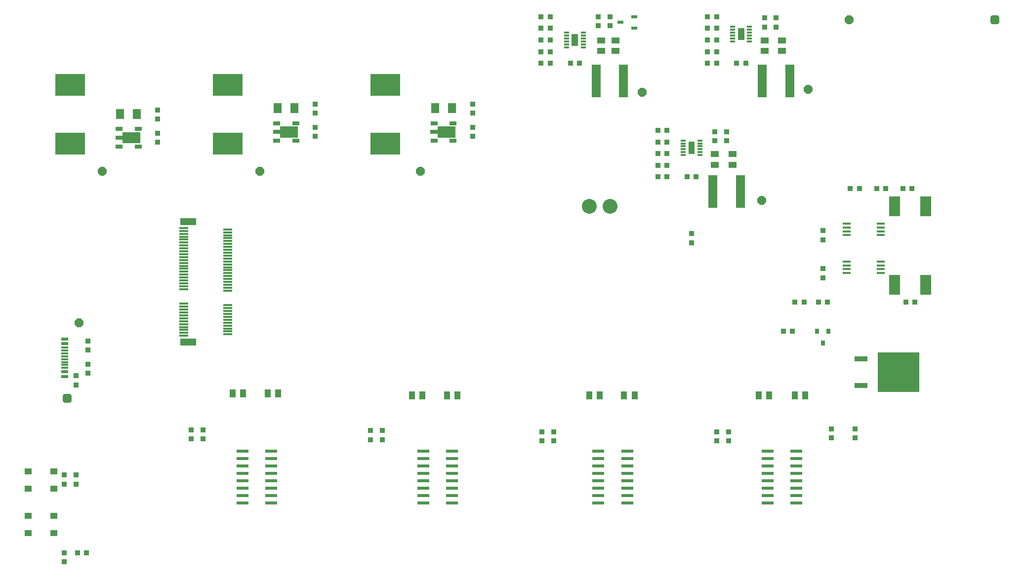
<source format=gtp>
G04*
G04 #@! TF.GenerationSoftware,Altium Limited,Altium Designer,22.8.2 (66)*
G04*
G04 Layer_Color=8421504*
%FSLAX25Y25*%
%MOIN*%
G70*
G04*
G04 #@! TF.SameCoordinates,96B98669-0A76-488E-AF90-C307CBE701B7*
G04*
G04*
G04 #@! TF.FilePolarity,Positive*
G04*
G01*
G75*
%ADD16C,0.10000*%
%ADD17R,0.06299X0.22441*%
G04:AMPARAMS|DCode=18|XSize=11.81mil|YSize=61.02mil|CornerRadius=0.89mil|HoleSize=0mil|Usage=FLASHONLY|Rotation=90.000|XOffset=0mil|YOffset=0mil|HoleType=Round|Shape=RoundedRectangle|*
%AMROUNDEDRECTD18*
21,1,0.01181,0.05925,0,0,90.0*
21,1,0.01004,0.06102,0,0,90.0*
1,1,0.00177,0.02963,0.00502*
1,1,0.00177,0.02963,-0.00502*
1,1,0.00177,-0.02963,-0.00502*
1,1,0.00177,-0.02963,0.00502*
%
%ADD18ROUNDEDRECTD18*%
G04:AMPARAMS|DCode=19|XSize=47.24mil|YSize=108.27mil|CornerRadius=3.54mil|HoleSize=0mil|Usage=FLASHONLY|Rotation=90.000|XOffset=0mil|YOffset=0mil|HoleType=Round|Shape=RoundedRectangle|*
%AMROUNDEDRECTD19*
21,1,0.04724,0.10118,0,0,90.0*
21,1,0.04016,0.10827,0,0,90.0*
1,1,0.00709,0.05059,0.02008*
1,1,0.00709,0.05059,-0.02008*
1,1,0.00709,-0.05059,-0.02008*
1,1,0.00709,-0.05059,0.02008*
%
%ADD19ROUNDEDRECTD19*%
G04:AMPARAMS|DCode=20|XSize=77.56mil|YSize=23.23mil|CornerRadius=2.9mil|HoleSize=0mil|Usage=FLASHONLY|Rotation=180.000|XOffset=0mil|YOffset=0mil|HoleType=Round|Shape=RoundedRectangle|*
%AMROUNDEDRECTD20*
21,1,0.07756,0.01742,0,0,180.0*
21,1,0.07175,0.02323,0,0,180.0*
1,1,0.00581,-0.03588,0.00871*
1,1,0.00581,0.03588,0.00871*
1,1,0.00581,0.03588,-0.00871*
1,1,0.00581,-0.03588,-0.00871*
%
%ADD20ROUNDEDRECTD20*%
%ADD21R,0.04724X0.02677*%
G04:AMPARAMS|DCode=22|XSize=33.07mil|YSize=10.24mil|CornerRadius=1.28mil|HoleSize=0mil|Usage=FLASHONLY|Rotation=0.000|XOffset=0mil|YOffset=0mil|HoleType=Round|Shape=RoundedRectangle|*
%AMROUNDEDRECTD22*
21,1,0.03307,0.00768,0,0,0.0*
21,1,0.03051,0.01024,0,0,0.0*
1,1,0.00256,0.01526,-0.00384*
1,1,0.00256,-0.01526,-0.00384*
1,1,0.00256,-0.01526,0.00384*
1,1,0.00256,0.01526,0.00384*
%
%ADD22ROUNDEDRECTD22*%
%ADD23R,0.05512X0.01772*%
%ADD24R,0.05118X0.03937*%
%ADD25R,0.03661X0.03425*%
%ADD26R,0.03425X0.03661*%
G04:AMPARAMS|DCode=27|XSize=74.8mil|YSize=132.68mil|CornerRadius=2.62mil|HoleSize=0mil|Usage=FLASHONLY|Rotation=180.000|XOffset=0mil|YOffset=0mil|HoleType=Round|Shape=RoundedRectangle|*
%AMROUNDEDRECTD27*
21,1,0.07480,0.12744,0,0,180.0*
21,1,0.06957,0.13268,0,0,180.0*
1,1,0.00524,-0.03478,0.06372*
1,1,0.00524,0.03478,0.06372*
1,1,0.00524,0.03478,-0.06372*
1,1,0.00524,-0.03478,-0.06372*
%
%ADD27ROUNDEDRECTD27*%
%ADD28R,0.03937X0.02362*%
%ADD29R,0.08661X0.03740*%
%ADD30R,0.28347X0.26772*%
%ADD31R,0.20472X0.14764*%
%ADD32R,0.04528X0.02362*%
%ADD33R,0.04528X0.01181*%
%ADD34R,0.05276X0.07087*%
%ADD35R,0.03150X0.03543*%
%ADD36R,0.04370X0.05787*%
%ADD37R,0.05787X0.04370*%
%ADD38P,0.06494X8X22.5*%
G04:AMPARAMS|DCode=39|XSize=60mil|YSize=60mil|CornerRadius=15mil|HoleSize=0mil|Usage=FLASHONLY|Rotation=0.000|XOffset=0mil|YOffset=0mil|HoleType=Round|Shape=RoundedRectangle|*
%AMROUNDEDRECTD39*
21,1,0.06000,0.03000,0,0,0.0*
21,1,0.03000,0.06000,0,0,0.0*
1,1,0.03000,0.01500,-0.01500*
1,1,0.03000,-0.01500,-0.01500*
1,1,0.03000,-0.01500,0.01500*
1,1,0.03000,0.01500,0.01500*
%
%ADD39ROUNDEDRECTD39*%
G36*
X181102Y398642D02*
X169095D01*
Y401102D01*
X164370D01*
Y403780D01*
X169095D01*
Y406240D01*
X181102D01*
Y398642D01*
D02*
G37*
G36*
X287402Y402579D02*
X275394D01*
Y405039D01*
X270669D01*
Y407717D01*
X275394D01*
Y410177D01*
X287402D01*
Y402579D01*
D02*
G37*
G36*
X393701D02*
X381693D01*
Y405039D01*
X376969D01*
Y407717D01*
X381693D01*
Y410177D01*
X393701D01*
Y402579D01*
D02*
G37*
G36*
X476535Y464409D02*
X472284D01*
Y472598D01*
X476535D01*
Y464409D01*
D02*
G37*
G36*
X555276Y391575D02*
X551024D01*
Y399764D01*
X555276D01*
Y391575D01*
D02*
G37*
G36*
X588740Y468347D02*
X584488D01*
Y476535D01*
X588740D01*
Y468347D01*
D02*
G37*
D16*
X484252Y356299D02*
D03*
X498032D02*
D03*
D17*
X567520Y366142D02*
D03*
X586024D02*
D03*
X619488Y440945D02*
D03*
X600984D02*
D03*
X507283D02*
D03*
X488779D02*
D03*
D18*
X210433Y341535D02*
D03*
X240158Y340551D02*
D03*
X210433Y339567D02*
D03*
X240158Y338583D02*
D03*
X210433Y337598D02*
D03*
X240158Y336614D02*
D03*
X210433Y335630D02*
D03*
X240158Y334646D02*
D03*
X210433Y333661D02*
D03*
X240158Y332677D02*
D03*
X210433Y331693D02*
D03*
X240158Y330709D02*
D03*
X210433Y329724D02*
D03*
X240158Y328740D02*
D03*
X210433Y327756D02*
D03*
X240158Y326772D02*
D03*
X210433Y325787D02*
D03*
X240158Y324803D02*
D03*
X210433Y323819D02*
D03*
X240158Y322835D02*
D03*
X210433Y321850D02*
D03*
X240158Y320866D02*
D03*
X210433Y319882D02*
D03*
X240158Y318898D02*
D03*
X210433Y317913D02*
D03*
X240158Y316929D02*
D03*
X210433Y315945D02*
D03*
X240158Y314961D02*
D03*
X210433Y313976D02*
D03*
X240158Y312992D02*
D03*
X210433Y312008D02*
D03*
X240158Y311024D02*
D03*
X210433Y310039D02*
D03*
X240158Y309055D02*
D03*
X210433Y308071D02*
D03*
X240158Y307087D02*
D03*
X210433Y306102D02*
D03*
X240158Y305118D02*
D03*
X210433Y304134D02*
D03*
X240158Y303150D02*
D03*
X210433Y302165D02*
D03*
X240158Y301181D02*
D03*
X210433Y300197D02*
D03*
X240158Y299213D02*
D03*
X210433Y290354D02*
D03*
X240158Y289370D02*
D03*
X210433Y288386D02*
D03*
X240158Y287402D02*
D03*
X210433Y286417D02*
D03*
X240158Y285433D02*
D03*
X210433Y284449D02*
D03*
X240158Y283465D02*
D03*
X210433Y282480D02*
D03*
X240158Y281496D02*
D03*
X210433Y280512D02*
D03*
Y278543D02*
D03*
Y276575D02*
D03*
Y274606D02*
D03*
Y272638D02*
D03*
Y270669D02*
D03*
Y268701D02*
D03*
X240158Y269685D02*
D03*
Y271654D02*
D03*
Y273622D02*
D03*
Y275590D02*
D03*
Y277559D02*
D03*
Y279528D02*
D03*
D19*
X213484Y345866D02*
D03*
Y264370D02*
D03*
D20*
X269587Y155728D02*
D03*
Y160728D02*
D03*
Y165728D02*
D03*
Y170728D02*
D03*
Y175728D02*
D03*
Y180728D02*
D03*
Y185728D02*
D03*
Y190728D02*
D03*
X250098D02*
D03*
Y185728D02*
D03*
Y180728D02*
D03*
Y175728D02*
D03*
Y170728D02*
D03*
Y165728D02*
D03*
Y160728D02*
D03*
Y155728D02*
D03*
X391634D02*
D03*
Y160728D02*
D03*
Y165728D02*
D03*
Y170728D02*
D03*
Y175728D02*
D03*
Y180728D02*
D03*
Y185728D02*
D03*
Y190728D02*
D03*
X372146D02*
D03*
Y185728D02*
D03*
Y180728D02*
D03*
Y175728D02*
D03*
Y170728D02*
D03*
Y165728D02*
D03*
Y160728D02*
D03*
Y155728D02*
D03*
X509744D02*
D03*
Y160728D02*
D03*
Y165728D02*
D03*
Y170728D02*
D03*
Y175728D02*
D03*
Y180728D02*
D03*
Y185728D02*
D03*
Y190728D02*
D03*
X490256D02*
D03*
Y185728D02*
D03*
Y180728D02*
D03*
Y175728D02*
D03*
Y170728D02*
D03*
Y165728D02*
D03*
Y160728D02*
D03*
Y155728D02*
D03*
X623917D02*
D03*
Y160728D02*
D03*
Y165728D02*
D03*
Y170728D02*
D03*
Y175728D02*
D03*
Y180728D02*
D03*
Y185728D02*
D03*
Y190728D02*
D03*
X604429D02*
D03*
Y185728D02*
D03*
Y180728D02*
D03*
Y175728D02*
D03*
Y170728D02*
D03*
Y165728D02*
D03*
Y160728D02*
D03*
Y155728D02*
D03*
D21*
X392323Y412283D02*
D03*
Y400472D02*
D03*
X379331D02*
D03*
Y412283D02*
D03*
X286024D02*
D03*
Y400472D02*
D03*
X273031D02*
D03*
Y412283D02*
D03*
X179724Y408346D02*
D03*
Y396535D02*
D03*
X166732D02*
D03*
Y408346D02*
D03*
D22*
X592264Y477362D02*
D03*
Y475394D02*
D03*
Y473425D02*
D03*
Y471457D02*
D03*
Y469488D02*
D03*
Y467520D02*
D03*
X580965D02*
D03*
Y469488D02*
D03*
Y471457D02*
D03*
Y473425D02*
D03*
Y475394D02*
D03*
Y477362D02*
D03*
X480059Y473425D02*
D03*
Y471457D02*
D03*
Y469488D02*
D03*
Y467520D02*
D03*
Y465551D02*
D03*
Y463583D02*
D03*
X468760D02*
D03*
Y465551D02*
D03*
Y467520D02*
D03*
Y469488D02*
D03*
Y471457D02*
D03*
Y473425D02*
D03*
X558799Y400591D02*
D03*
Y398622D02*
D03*
Y396654D02*
D03*
Y394685D02*
D03*
Y392717D02*
D03*
Y390748D02*
D03*
X547500D02*
D03*
Y392717D02*
D03*
Y394685D02*
D03*
Y396654D02*
D03*
Y398622D02*
D03*
Y400591D02*
D03*
D23*
X680905Y311122D02*
D03*
Y313681D02*
D03*
Y316240D02*
D03*
Y318799D02*
D03*
X657677Y311122D02*
D03*
Y313681D02*
D03*
Y316240D02*
D03*
Y318799D02*
D03*
X680905Y336713D02*
D03*
Y339272D02*
D03*
Y341831D02*
D03*
Y344390D02*
D03*
X657677Y336713D02*
D03*
Y339272D02*
D03*
Y341831D02*
D03*
Y344390D02*
D03*
D24*
X122835Y135433D02*
D03*
X105512Y147244D02*
D03*
Y135433D02*
D03*
X122835Y147244D02*
D03*
X122835Y165354D02*
D03*
X105512Y177165D02*
D03*
Y165354D02*
D03*
X122835Y177165D02*
D03*
D25*
X647638Y205827D02*
D03*
Y199685D02*
D03*
X663386Y205827D02*
D03*
Y199685D02*
D03*
X215539Y205264D02*
D03*
Y199122D02*
D03*
X223413Y205264D02*
D03*
Y199122D02*
D03*
X336457Y204724D02*
D03*
Y198583D02*
D03*
X344331Y204724D02*
D03*
Y198583D02*
D03*
X452126Y203858D02*
D03*
Y197716D02*
D03*
X460000Y203858D02*
D03*
Y197716D02*
D03*
X570236Y203858D02*
D03*
Y197717D02*
D03*
X578110Y203858D02*
D03*
Y197717D02*
D03*
X405512Y403307D02*
D03*
Y409449D02*
D03*
X299213Y403307D02*
D03*
Y409449D02*
D03*
X192913Y399370D02*
D03*
Y405512D02*
D03*
X641732Y314094D02*
D03*
Y307953D02*
D03*
X602362Y477244D02*
D03*
Y483386D02*
D03*
X641732Y339685D02*
D03*
Y333543D02*
D03*
X490158Y478110D02*
D03*
Y484252D02*
D03*
X576772Y400472D02*
D03*
Y406614D02*
D03*
X145669Y249528D02*
D03*
Y243386D02*
D03*
Y259134D02*
D03*
Y265276D02*
D03*
X137795Y168583D02*
D03*
Y174724D02*
D03*
X405512Y419055D02*
D03*
Y425197D02*
D03*
X299213Y419055D02*
D03*
Y425197D02*
D03*
X192913Y415118D02*
D03*
Y421260D02*
D03*
X610236Y477244D02*
D03*
Y483386D02*
D03*
X498032Y478110D02*
D03*
Y484252D02*
D03*
X568898Y400472D02*
D03*
Y406614D02*
D03*
X137795Y241654D02*
D03*
Y235512D02*
D03*
X129921Y122283D02*
D03*
Y116142D02*
D03*
X129921Y174724D02*
D03*
Y168583D02*
D03*
X553150Y337717D02*
D03*
Y331575D02*
D03*
D26*
X570000Y484252D02*
D03*
X563858D02*
D03*
X570000Y476378D02*
D03*
X563858D02*
D03*
X666457Y368110D02*
D03*
X660315D02*
D03*
X457795Y484252D02*
D03*
X451653D02*
D03*
X457795Y468504D02*
D03*
X451653D02*
D03*
X684173Y368110D02*
D03*
X678031D02*
D03*
X621181Y271654D02*
D03*
X615039D02*
D03*
X629055Y291339D02*
D03*
X622913D02*
D03*
X644803Y291339D02*
D03*
X638661D02*
D03*
X536535Y407480D02*
D03*
X530394D02*
D03*
X536535Y399606D02*
D03*
X530394D02*
D03*
X138661Y122047D02*
D03*
X144803D02*
D03*
X570000Y468504D02*
D03*
X563858D02*
D03*
Y460630D02*
D03*
X570000D02*
D03*
X563858Y452756D02*
D03*
X570000D02*
D03*
X583543D02*
D03*
X589685D02*
D03*
X703858Y291339D02*
D03*
X697717D02*
D03*
X457795Y476378D02*
D03*
X451653D02*
D03*
Y452756D02*
D03*
X457795D02*
D03*
X451653Y460630D02*
D03*
X457795D02*
D03*
X471339Y452756D02*
D03*
X477480D02*
D03*
X695748Y368110D02*
D03*
X701890D02*
D03*
X536535Y391732D02*
D03*
X530394D02*
D03*
Y375984D02*
D03*
X536535D02*
D03*
X530394Y383858D02*
D03*
X536535D02*
D03*
X550079Y375984D02*
D03*
X556220D02*
D03*
D27*
X711260Y303150D02*
D03*
X690315D02*
D03*
X711260Y356299D02*
D03*
X690315D02*
D03*
D28*
X505118Y480315D02*
D03*
X514567Y484055D02*
D03*
Y476575D02*
D03*
D29*
X667520Y253071D02*
D03*
Y235118D02*
D03*
D30*
X692717Y244094D02*
D03*
D31*
X346457Y438071D02*
D03*
Y398307D02*
D03*
X240158Y438071D02*
D03*
Y398307D02*
D03*
X133858Y438268D02*
D03*
Y398504D02*
D03*
D32*
X130217Y266496D02*
D03*
Y241299D02*
D03*
Y263347D02*
D03*
Y244449D02*
D03*
D33*
Y252913D02*
D03*
Y254882D02*
D03*
Y250945D02*
D03*
Y248976D02*
D03*
Y247008D02*
D03*
Y256850D02*
D03*
Y258819D02*
D03*
Y260787D02*
D03*
D34*
X380197Y422520D02*
D03*
X391457D02*
D03*
X273898D02*
D03*
X285157D02*
D03*
X167598Y418386D02*
D03*
X178858D02*
D03*
D35*
X645472Y271654D02*
D03*
X637992D02*
D03*
X641732Y263779D02*
D03*
D36*
X250579Y229752D02*
D03*
X243492D02*
D03*
X267114D02*
D03*
X274201D02*
D03*
X371654Y228346D02*
D03*
X364567D02*
D03*
X388032D02*
D03*
X395118D02*
D03*
X491102D02*
D03*
X484016D02*
D03*
X507638D02*
D03*
X514724D02*
D03*
X605512D02*
D03*
X598425D02*
D03*
X622835D02*
D03*
X629921D02*
D03*
D37*
X614174Y461024D02*
D03*
Y468110D02*
D03*
X602362Y461024D02*
D03*
Y468110D02*
D03*
X501969Y461024D02*
D03*
Y468110D02*
D03*
X492126Y461024D02*
D03*
Y468110D02*
D03*
X568898Y384252D02*
D03*
Y391339D02*
D03*
X580709Y384252D02*
D03*
Y391339D02*
D03*
D38*
X370079Y379921D02*
D03*
X261811D02*
D03*
X155512D02*
D03*
X139764Y277559D02*
D03*
X659449Y482283D02*
D03*
X600394Y360236D02*
D03*
X631890Y435039D02*
D03*
X519685Y433071D02*
D03*
D39*
X131890Y226378D02*
D03*
X757874Y482283D02*
D03*
M02*

</source>
